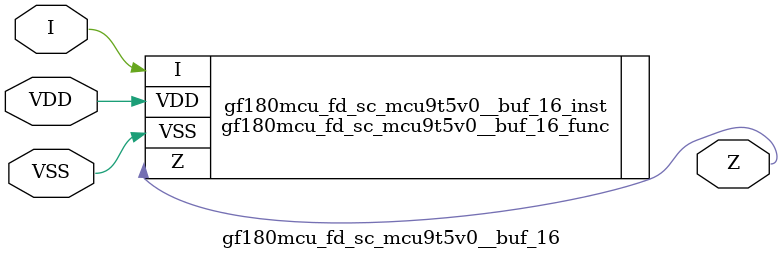
<source format=v>

module gf180mcu_fd_sc_mcu9t5v0__buf_16( I, Z, VDD, VSS );
input I;
inout VDD, VSS;
output Z;

   `ifdef FUNCTIONAL  //  functional //

	gf180mcu_fd_sc_mcu9t5v0__buf_16_func gf180mcu_fd_sc_mcu9t5v0__buf_16_behav_inst(.I(I),.Z(Z),.VDD(VDD),.VSS(VSS));

   `else

	gf180mcu_fd_sc_mcu9t5v0__buf_16_func gf180mcu_fd_sc_mcu9t5v0__buf_16_inst(.I(I),.Z(Z),.VDD(VDD),.VSS(VSS));

	// spec_gates_begin


	// spec_gates_end



   specify

	// specify_block_begin

	// comb arc I --> Z
	 (I => Z) = (1.0,1.0);

	// specify_block_end

   endspecify

   `endif

endmodule

</source>
